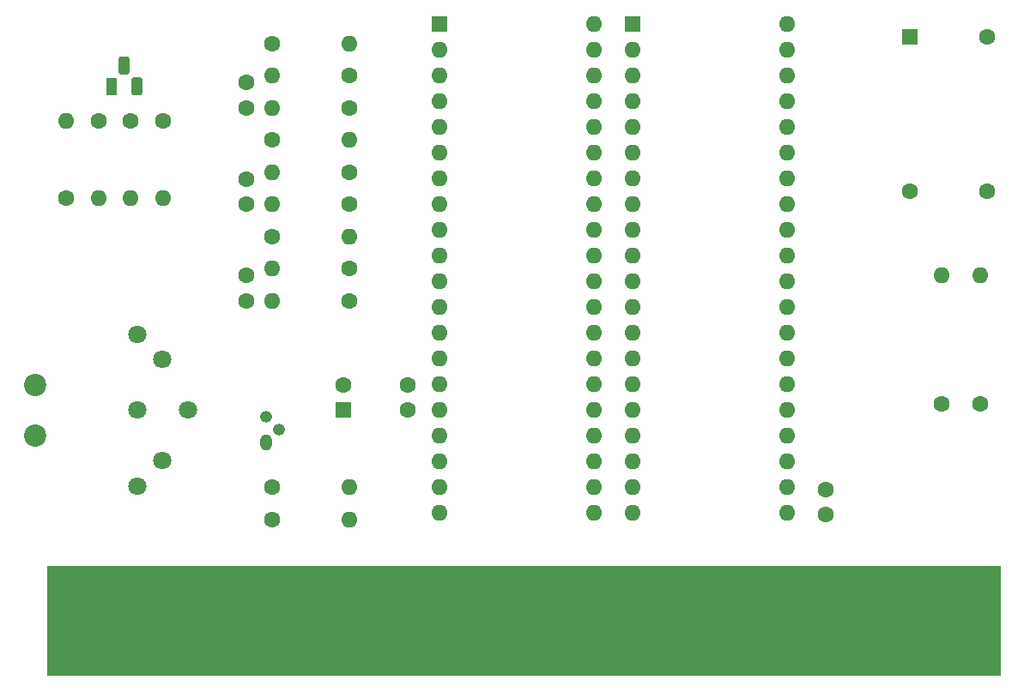
<source format=gbs>
G04 #@! TF.GenerationSoftware,KiCad,Pcbnew,(5.1.12)-1*
G04 #@! TF.CreationDate,2025-01-21T15:36:47+00:00*
G04 #@! TF.ProjectId,CPCVideo,43504356-6964-4656-9f2e-6b696361645f,rev?*
G04 #@! TF.SameCoordinates,Original*
G04 #@! TF.FileFunction,Soldermask,Bot*
G04 #@! TF.FilePolarity,Negative*
%FSLAX46Y46*%
G04 Gerber Fmt 4.6, Leading zero omitted, Abs format (unit mm)*
G04 Created by KiCad (PCBNEW (5.1.12)-1) date 2025-01-21 15:36:47*
%MOMM*%
%LPD*%
G01*
G04 APERTURE LIST*
%ADD10C,0.100000*%
%ADD11C,1.600000*%
%ADD12R,1.600000X1.600000*%
%ADD13R,1.600000X10.000000*%
%ADD14C,2.200000*%
%ADD15C,1.800000*%
%ADD16R,1.100000X1.800000*%
%ADD17O,1.200000X1.200000*%
%ADD18O,1.200000X1.600000*%
%ADD19O,1.600000X1.600000*%
G04 APERTURE END LIST*
D10*
G36*
X250190000Y-170920000D02*
G01*
X250190000Y-160125000D01*
X156210000Y-160125000D01*
X156210000Y-170920000D01*
X250190000Y-170920000D01*
G37*
X250190000Y-170920000D02*
X250190000Y-160125000D01*
X156210000Y-160125000D01*
X156210000Y-170920000D01*
X250190000Y-170920000D01*
D11*
X185420000Y-142280000D03*
D12*
X185420000Y-144780000D03*
D13*
X247650000Y-165735000D03*
X245110000Y-165735000D03*
X242570000Y-165735000D03*
X240030000Y-165735000D03*
X237490000Y-165735000D03*
X234950000Y-165735000D03*
X232410000Y-165735000D03*
X229870000Y-165735000D03*
X227330000Y-165735000D03*
X224790000Y-165735000D03*
X222250000Y-165735000D03*
X219710000Y-165735000D03*
X217170000Y-165735000D03*
X214630000Y-165735000D03*
X212090000Y-165735000D03*
X209550000Y-165735000D03*
X207010000Y-165735000D03*
X204470000Y-165735000D03*
X201930000Y-165735000D03*
X199390000Y-165735000D03*
X196850000Y-165735000D03*
X194310000Y-165735000D03*
X191770000Y-165735000D03*
X189230000Y-165735000D03*
X186690000Y-165735000D03*
X184150000Y-165735000D03*
X181610000Y-165735000D03*
X179070000Y-165735000D03*
X176530000Y-165735000D03*
X173990000Y-165735000D03*
X171450000Y-165735000D03*
X168910000Y-165735000D03*
X166370000Y-165735000D03*
X163830000Y-165735000D03*
X161290000Y-165735000D03*
X158750000Y-165735000D03*
D14*
X155100000Y-142280000D03*
X155100000Y-147280000D03*
D15*
X170100000Y-144780000D03*
X165100000Y-137280000D03*
X167600000Y-139780000D03*
X165100000Y-144780000D03*
X167600000Y-149780000D03*
X165100000Y-152280000D03*
D11*
X175895000Y-112435000D03*
X175895000Y-114935000D03*
X175895000Y-121960000D03*
X175895000Y-124460000D03*
X175895000Y-131485000D03*
X175895000Y-133985000D03*
D16*
X162560000Y-112795000D03*
G36*
G01*
X164550000Y-113420000D02*
X164550000Y-112170000D01*
G75*
G02*
X164825000Y-111895000I275000J0D01*
G01*
X165375000Y-111895000D01*
G75*
G02*
X165650000Y-112170000I0J-275000D01*
G01*
X165650000Y-113420000D01*
G75*
G02*
X165375000Y-113695000I-275000J0D01*
G01*
X164825000Y-113695000D01*
G75*
G02*
X164550000Y-113420000I0J275000D01*
G01*
G37*
G36*
G01*
X163280000Y-111350000D02*
X163280000Y-110100000D01*
G75*
G02*
X163555000Y-109825000I275000J0D01*
G01*
X164105000Y-109825000D01*
G75*
G02*
X164380000Y-110100000I0J-275000D01*
G01*
X164380000Y-111350000D01*
G75*
G02*
X164105000Y-111625000I-275000J0D01*
G01*
X163555000Y-111625000D01*
G75*
G02*
X163280000Y-111350000I0J275000D01*
G01*
G37*
D17*
X177800000Y-145415000D03*
X179070000Y-146685000D03*
D18*
X177800000Y-147955000D03*
D19*
X248285000Y-131445000D03*
D11*
X248285000Y-144145000D03*
D19*
X244475000Y-131445000D03*
D11*
X244475000Y-144145000D03*
D19*
X186055000Y-155575000D03*
D11*
X178435000Y-155575000D03*
D19*
X186055000Y-152400000D03*
D11*
X178435000Y-152400000D03*
D19*
X167640000Y-123825000D03*
D11*
X167640000Y-116205000D03*
D19*
X158115000Y-116205000D03*
D11*
X158115000Y-123825000D03*
D19*
X164465000Y-123825000D03*
D11*
X164465000Y-116205000D03*
D19*
X161290000Y-123825000D03*
D11*
X161290000Y-116205000D03*
D19*
X186055000Y-108585000D03*
D11*
X178435000Y-108585000D03*
D19*
X186055000Y-118110000D03*
D11*
X178435000Y-118110000D03*
D19*
X186055000Y-127635000D03*
D11*
X178435000Y-127635000D03*
D19*
X178435000Y-114935000D03*
D11*
X186055000Y-114935000D03*
D19*
X178435000Y-111760000D03*
D11*
X186055000Y-111760000D03*
D19*
X178435000Y-124460000D03*
D11*
X186055000Y-124460000D03*
D19*
X178435000Y-121285000D03*
D11*
X186055000Y-121285000D03*
D19*
X178435000Y-133985000D03*
D11*
X186055000Y-133985000D03*
D19*
X178435000Y-130810000D03*
D11*
X186055000Y-130810000D03*
X241300000Y-123190000D03*
X248920000Y-123190000D03*
X248920000Y-107950000D03*
D12*
X241300000Y-107950000D03*
D19*
X210185000Y-106680000D03*
X194945000Y-154940000D03*
X210185000Y-109220000D03*
X194945000Y-152400000D03*
X210185000Y-111760000D03*
X194945000Y-149860000D03*
X210185000Y-114300000D03*
X194945000Y-147320000D03*
X210185000Y-116840000D03*
X194945000Y-144780000D03*
X210185000Y-119380000D03*
X194945000Y-142240000D03*
X210185000Y-121920000D03*
X194945000Y-139700000D03*
X210185000Y-124460000D03*
X194945000Y-137160000D03*
X210185000Y-127000000D03*
X194945000Y-134620000D03*
X210185000Y-129540000D03*
X194945000Y-132080000D03*
X210185000Y-132080000D03*
X194945000Y-129540000D03*
X210185000Y-134620000D03*
X194945000Y-127000000D03*
X210185000Y-137160000D03*
X194945000Y-124460000D03*
X210185000Y-139700000D03*
X194945000Y-121920000D03*
X210185000Y-142240000D03*
X194945000Y-119380000D03*
X210185000Y-144780000D03*
X194945000Y-116840000D03*
X210185000Y-147320000D03*
X194945000Y-114300000D03*
X210185000Y-149860000D03*
X194945000Y-111760000D03*
X210185000Y-152400000D03*
X194945000Y-109220000D03*
X210185000Y-154940000D03*
D12*
X194945000Y-106680000D03*
D19*
X229235000Y-106680000D03*
X213995000Y-154940000D03*
X229235000Y-109220000D03*
X213995000Y-152400000D03*
X229235000Y-111760000D03*
X213995000Y-149860000D03*
X229235000Y-114300000D03*
X213995000Y-147320000D03*
X229235000Y-116840000D03*
X213995000Y-144780000D03*
X229235000Y-119380000D03*
X213995000Y-142240000D03*
X229235000Y-121920000D03*
X213995000Y-139700000D03*
X229235000Y-124460000D03*
X213995000Y-137160000D03*
X229235000Y-127000000D03*
X213995000Y-134620000D03*
X229235000Y-129540000D03*
X213995000Y-132080000D03*
X229235000Y-132080000D03*
X213995000Y-129540000D03*
X229235000Y-134620000D03*
X213995000Y-127000000D03*
X229235000Y-137160000D03*
X213995000Y-124460000D03*
X229235000Y-139700000D03*
X213995000Y-121920000D03*
X229235000Y-142240000D03*
X213995000Y-119380000D03*
X229235000Y-144780000D03*
X213995000Y-116840000D03*
X229235000Y-147320000D03*
X213995000Y-114300000D03*
X229235000Y-149860000D03*
X213995000Y-111760000D03*
X229235000Y-152400000D03*
X213995000Y-109220000D03*
X229235000Y-154940000D03*
D12*
X213995000Y-106680000D03*
D11*
X233045000Y-155090500D03*
X233045000Y-152590500D03*
X191770000Y-142280000D03*
X191770000Y-144780000D03*
M02*

</source>
